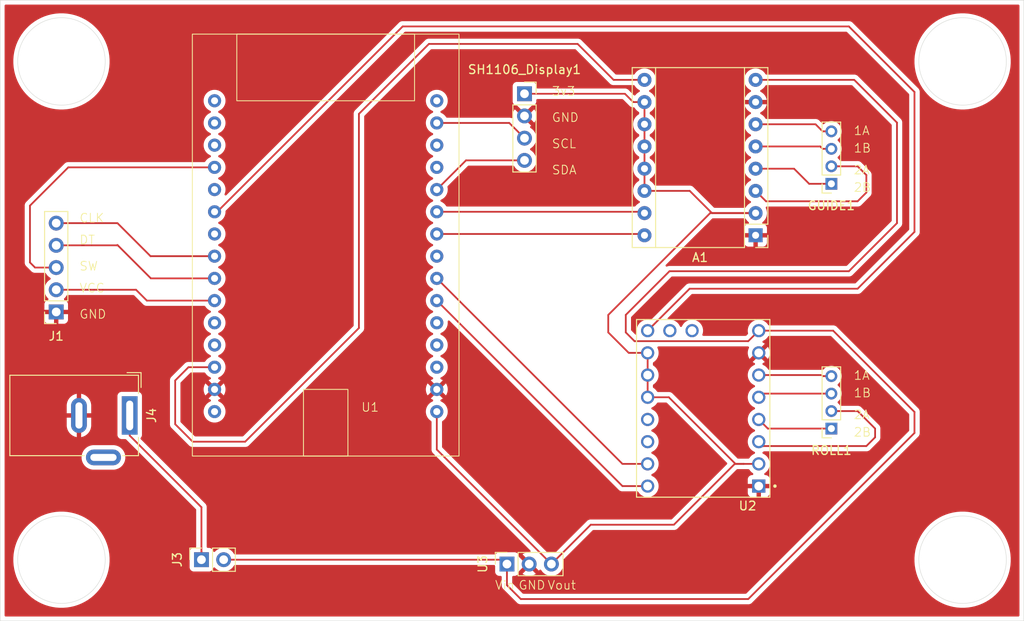
<source format=kicad_pcb>
(kicad_pcb (version 20241229) (generator "pcbnew") (generator_version "9.0")
  (layers (0 "F.Cu" signal) (2 "B.Cu" signal) (13 "F.Paste" user) (15 "B.Paste" user) (5 "F.SilkS" user "F.Silkscreen") (7 "B.SilkS" user "B.Silkscreen") (1 "F.Mask" user) (3 "B.Mask" user) (25 "Edge.Cuts" user))
  (net 0 "")
  (net 1 "Net-(A1-STEP)")
  (net 2 "Net-(A1-1A)")
  (net 3 "+3.3V")
  (net 4 "Net-(A1-2B)")
  (net 5 "Net-(A1-1B)")
  (net 6 "GND")
  (net 7 "Net-(A1-DIR)")
  (net 8 "Net-(A1-2A)")
  (net 9 "Net-(A1-~{ENABLE})")
  (net 10 "+12V")
  (net 11 "Net-(J1-Pin_2)")
  (net 12 "Net-(J1-Pin_5)")
  (net 13 "Net-(J1-Pin_4)")
  (net 14 "Net-(J1-Pin_3)")
  (net 15 "Net-(J3-Pin_1)")
  (net 16 "Net-(U2-M1A)")
  (net 17 "Net-(ROLL1--)")
  (net 18 "Net-(U2-M2A)")
  (net 19 "Net-(U2-M2B)")
  (net 20 "Net-(SH1106_Display1-SDA)")
  (net 21 "Net-(SH1106_Display1-SCK)")
  (net 26 "Net-(U1-GPIO16)")
  (net 31 "Net-(U1-GPIO17)")
  (net 34 "Net-(U1-GPIO32)")
  (footprint "Connector_PinSocket_2.54mm:PinSocket_1x04_P2.54mm_Vertical" (layer "F.Cu") (at 107.925 54.7)
    (property "Reference" "SH1106_Display1" (at 0 -2.77 0) (layer "F.SilkS"))
    (property "Value" "~")
    (fp_line (start -1.33 1.27) (end -1.33 8.95) (stroke (width 0.12)) (layer "F.SilkS"))
    (fp_line (start -1.33 1.27) (end 1.33 1.27) (stroke (width 0.12)) (layer "F.SilkS"))
    (fp_line (start -1.33 8.95) (end 1.33 8.95) (stroke (width 0.12)) (layer "F.SilkS"))
    (fp_line (start 0 -1.33) (end 1.33 -1.33) (stroke (width 0.12)) (layer "F.SilkS"))
    (fp_line (start 1.33 -1.33) (end 1.33 0) (stroke (width 0.12)) (layer "F.SilkS"))
    (fp_line (start 1.33 1.27) (end 1.33 8.95) (stroke (width 0.12)) (layer "F.SilkS"))
    (pad "1" thru_hole rect (at 0 0) (size 1.7 1.7) (drill 1) (layers "*.Cu" "*.Mask") (net 3 "+3.3V"))
    (pad "2" thru_hole circle (at 0 2.54) (size 1.7 1.7) (drill 1) (layers "*.Cu" "*.Mask") (net 6 "GND"))
    (pad "3" thru_hole circle (at 0 5.08) (size 1.7 1.7) (drill 1) (layers "*.Cu" "*.Mask") (net 21 "Net-(SH1106_Display1-SCK)"))
    (pad "4" thru_hole circle (at 0 7.62) (size 1.7 1.7) (drill 1) (layers "*.Cu" "*.Mask") (net 20 "Net-(SH1106_Display1-SDA)"))
  )
  (footprint "Connector_PinSocket_2.00mm:PinSocket_1x04_P2.00mm_Vertical" (layer "F.Cu") (at 143 93 180)
    (property "Reference" "ROLL1" (at 0 -2.5 0) (layer "F.SilkS"))
    (property "Value" "Stepper_Motor_bipolar")
    (fp_line (start 1.06 1) (end 1.06 7.06) (stroke (width 0.12)) (layer "F.SilkS"))
    (fp_line (start 1.06 -1.06) (end 1.06 0) (stroke (width 0.12)) (layer "F.SilkS"))
    (fp_line (start 0 -1.06) (end 1.06 -1.06) (stroke (width 0.12)) (layer "F.SilkS"))
    (fp_line (start -1.06 7.06) (end 1.06 7.06) (stroke (width 0.12)) (layer "F.SilkS"))
    (fp_line (start -1.06 1) (end 1.06 1) (stroke (width 0.12)) (layer "F.SilkS"))
    (fp_line (start -1.06 1) (end -1.06 7.06) (stroke (width 0.12)) (layer "F.SilkS"))
    (pad "1" thru_hole rect (at 0 0 180) (size 1.35 1.35) (drill 0.8) (layers "*.Cu" "*.Mask") (net 16 "Net-(U2-M1A)"))
    (pad "2" thru_hole circle (at 0 2 180) (size 1.35 1.35) (drill 0.8) (layers "*.Cu" "*.Mask") (net 17 "Net-(ROLL1--)"))
    (pad "3" thru_hole circle (at 0 4 180) (size 1.35 1.35) (drill 0.8) (layers "*.Cu" "*.Mask") (net 18 "Net-(U2-M2A)"))
    (pad "4" thru_hole circle (at 0 6 180) (size 1.35 1.35) (drill 0.8) (layers "*.Cu" "*.Mask") (net 19 "Net-(U2-M2B)"))
  )
  (footprint "Connector_PinSocket_2.54mm:PinSocket_1x02_P2.54mm_Vertical" (layer "F.Cu") (at 71 108 90)
    (property "Reference" "J3" (at 0 -2.77 90) (layer "F.SilkS"))
    (property "Value" "POWER KNOPF")
    (fp_line (start 1.33 -1.33) (end 1.33 0) (stroke (width 0.12)) (layer "F.SilkS"))
    (fp_line (start 0 -1.33) (end 1.33 -1.33) (stroke (width 0.12)) (layer "F.SilkS"))
    (fp_line (start 1.33 1.27) (end 1.33 3.87) (stroke (width 0.12)) (layer "F.SilkS"))
    (fp_line (start -1.33 1.27) (end 1.33 1.27) (stroke (width 0.12)) (layer "F.SilkS"))
    (fp_line (start -1.33 1.27) (end -1.33 3.87) (stroke (width 0.12)) (layer "F.SilkS"))
    (fp_line (start -1.33 3.87) (end 1.33 3.87) (stroke (width 0.12)) (layer "F.SilkS"))
    (pad "1" thru_hole rect (at 0 0 90) (size 1.7 1.7) (drill 1) (layers "*.Cu" "*.Mask") (net 15 "Net-(J3-Pin_1)"))
    (pad "2" thru_hole circle (at 0 2.54 90) (size 1.7 1.7) (drill 1) (layers "*.Cu" "*.Mask") (net 10 "+12V"))
  )
  (footprint "Connector_PinSocket_2.54mm:PinSocket_1x03_P2.54mm_Vertical" (layer "F.Cu") (at 105.92 108.5 90)
    (property "Reference" "U3" (at 0 -2.77 90) (layer "F.SilkS"))
    (property "Value" "~")
    (fp_line (start 1.33 -1.33) (end 1.33 0) (stroke (width 0.12)) (layer "F.SilkS"))
    (fp_line (start 0 -1.33) (end 1.33 -1.33) (stroke (width 0.12)) (layer "F.SilkS"))
    (fp_line (start 1.33 1.27) (end 1.33 6.41) (stroke (width 0.12)) (layer "F.SilkS"))
    (fp_line (start -1.33 1.27) (end 1.33 1.27) (stroke (width 0.12)) (layer "F.SilkS"))
    (fp_line (start -1.33 1.27) (end -1.33 6.41) (stroke (width 0.12)) (layer "F.SilkS"))
    (fp_line (start -1.33 6.41) (end 1.33 6.41) (stroke (width 0.12)) (layer "F.SilkS"))
    (pad "1" thru_hole rect (at 0 0 90) (size 1.7 1.7) (drill 1) (layers "*.Cu" "*.Mask") (net 10 "+12V"))
    (pad "2" thru_hole circle (at 0 2.54 90) (size 1.7 1.7) (drill 1) (layers "*.Cu" "*.Mask") (net 6 "GND"))
    (pad "3" thru_hole circle (at 0 5.08 90) (size 1.7 1.7) (drill 1) (layers "*.Cu" "*.Mask") (net 3 "+3.3V"))
  )
  (footprint "Connector_PinSocket_2.00mm:PinSocket_1x04_P2.00mm_Vertical" (layer "F.Cu") (at 143 65 180)
    (property "Reference" "GUIDE1" (at 0 -2.5 0) (layer "F.SilkS"))
    (property "Value" "Stepper_Motor_bipolar")
    (fp_line (start 1.06 1) (end 1.06 7.06) (stroke (width 0.12)) (layer "F.SilkS"))
    (fp_line (start 1.06 -1.06) (end 1.06 0) (stroke (width 0.12)) (layer "F.SilkS"))
    (fp_line (start 0 -1.06) (end 1.06 -1.06) (stroke (width 0.12)) (layer "F.SilkS"))
    (fp_line (start -1.06 7.06) (end 1.06 7.06) (stroke (width 0.12)) (layer "F.SilkS"))
    (fp_line (start -1.06 1) (end 1.06 1) (stroke (width 0.12)) (layer "F.SilkS"))
    (fp_line (start -1.06 1) (end -1.06 7.06) (stroke (width 0.12)) (layer "F.SilkS"))
    (pad "1" thru_hole rect (at 0 0 180) (size 1.35 1.35) (drill 0.8) (layers "*.Cu" "*.Mask") (net 2 "Net-(A1-1A)"))
    (pad "2" thru_hole circle (at 0 2 180) (size 1.35 1.35) (drill 0.8) (layers "*.Cu" "*.Mask") (net 5 "Net-(A1-1B)"))
    (pad "3" thru_hole circle (at 0 4 180) (size 1.35 1.35) (drill 0.8) (layers "*.Cu" "*.Mask") (net 8 "Net-(A1-2A)"))
    (pad "4" thru_hole circle (at 0 6 180) (size 1.35 1.35) (drill 0.8) (layers "*.Cu" "*.Mask") (net 4 "Net-(A1-2B)"))
  )
  (footprint "Module:Pololu_Breakout-16_15.2x20.3mm" (layer "F.Cu") (at 134.34 70.89 180)
    (property "Reference" "A1" (at 6.35 -2.54 0) (layer "F.SilkS"))
    (property "Value" "Pololu_Breakout_A4988")
    (fp_line (start 14.1 19.18) (end 14.1 -1.4) (stroke (width 0.12)) (layer "F.SilkS"))
    (fp_line (start 14.1 -1.4) (end 1.27 -1.4) (stroke (width 0.12)) (layer "F.SilkS"))
    (fp_line (start 11.43 -1.4) (end 11.43 19.18) (stroke (width 0.12)) (layer "F.SilkS"))
    (fp_line (start 1.27 1.27) (end 1.27 19.18) (stroke (width 0.12)) (layer "F.SilkS"))
    (fp_line (start 1.27 1.27) (end -1.4 1.27) (stroke (width 0.12)) (layer "F.SilkS"))
    (fp_line (start 1.27 -1.4) (end 1.27 1.27) (stroke (width 0.12)) (layer "F.SilkS"))
    (fp_line (start 0 -1.4) (end -1.4 -1.4) (stroke (width 0.12)) (layer "F.SilkS"))
    (fp_line (start -1.4 19.18) (end 14.1 19.18) (stroke (width 0.12)) (layer "F.SilkS"))
    (fp_line (start -1.4 1.27) (end -1.4 19.18) (stroke (width 0.12)) (layer "F.SilkS"))
    (fp_line (start -1.4 -1.4) (end -1.4 0) (stroke (width 0.12)) (layer "F.SilkS"))
    (pad "1" thru_hole rect (at 0 0 180) (size 1.6 1.6) (drill 0.8) (layers "*.Cu" "*.Mask") (net 6 "GND"))
    (pad "2" thru_hole oval (at 0 2.54 180) (size 1.6 1.6) (drill 0.8) (layers "*.Cu" "*.Mask") (net 3 "+3.3V"))
    (pad "3" thru_hole oval (at 0 5.08 180) (size 1.6 1.6) (drill 0.8) (layers "*.Cu" "*.Mask") (net 5 "Net-(A1-1B)"))
    (pad "4" thru_hole oval (at 0 7.62 180) (size 1.6 1.6) (drill 0.8) (layers "*.Cu" "*.Mask") (net 2 "Net-(A1-1A)"))
    (pad "5" thru_hole oval (at 0 10.16 180) (size 1.6 1.6) (drill 0.8) (layers "*.Cu" "*.Mask") (net 8 "Net-(A1-2A)"))
    (pad "6" thru_hole oval (at 0 12.7 180) (size 1.6 1.6) (drill 0.8) (layers "*.Cu" "*.Mask") (net 4 "Net-(A1-2B)"))
    (pad "7" thru_hole oval (at 0 15.24 180) (size 1.6 1.6) (drill 0.8) (layers "*.Cu" "*.Mask") (net 6 "GND"))
    (pad "8" thru_hole oval (at 0 17.78 180) (size 1.6 1.6) (drill 0.8) (layers "*.Cu" "*.Mask") (net 10 "+12V"))
    (pad "9" thru_hole oval (at 12.7 17.78 180) (size 1.6 1.6) (drill 0.8) (layers "*.Cu" "*.Mask") (net 9 "Net-(A1-~{ENABLE})"))
    (pad "10" thru_hole oval (at 12.7 15.24 180) (size 1.6 1.6) (drill 0.8) (layers "*.Cu" "*.Mask") (net 3 "+3.3V"))
    (pad "11" thru_hole oval (at 12.7 12.7 180) (size 1.6 1.6) (drill 0.8) (layers "*.Cu" "*.Mask") (net 3 "+3.3V"))
    (pad "12" thru_hole oval (at 12.7 10.16 180) (size 1.6 1.6) (drill 0.8) (layers "*.Cu" "*.Mask") (net 3 "+3.3V"))
    (pad "13" thru_hole oval (at 12.7 7.62 180) (size 1.6 1.6) (drill 0.8) (layers "*.Cu" "*.Mask") (net 3 "+3.3V"))
    (pad "14" thru_hole oval (at 12.7 5.08 180) (size 1.6 1.6) (drill 0.8) (layers "*.Cu" "*.Mask") (net 3 "+3.3V"))
    (pad "15" thru_hole oval (at 12.7 2.54 180) (size 1.6 1.6) (drill 0.8) (layers "*.Cu" "*.Mask") (net 1 "Net-(A1-STEP)"))
    (pad "16" thru_hole oval (at 12.7 0 180) (size 1.6 1.6) (drill 0.8) (layers "*.Cu" "*.Mask") (net 7 "Net-(A1-DIR)"))
  )
  (footprint "TMC2209_SILENTSTEPSTICK:MODULE_TMC2209_SILENTSTEPSTICK" (layer "F.Cu") (at 128.35 90.69 180)
    (property "Reference" "U2" (at -5.075 -11.155 0) (layer "F.SilkS"))
    (property "Value" "TMC2209_SILENTSTEPSTICK")
    (fp_line (start 7.62 10.16) (end -7.62 10.16) (stroke (width 0.127)) (layer "F.SilkS"))
    (fp_line (start 7.62 -10.16) (end 7.62 10.16) (stroke (width 0.127)) (layer "F.SilkS"))
    (fp_line (start -7.62 10.16) (end -7.62 -10.16) (stroke (width 0.127)) (layer "F.SilkS"))
    (fp_line (start -7.62 -10.16) (end 7.62 -10.16) (stroke (width 0.127)) (layer "F.SilkS"))
    (fp_circle (center -8.2 -8.89) (end -8.1 -8.89) (stroke (width 0.2)) (fill no) (layer "F.SilkS"))
    (pad "1" thru_hole rect (at -6.35 -8.89 180) (size 1.508 1.508) (drill 1) (layers "*.Cu" "*.Mask") (net 6 "GND"))
    (pad "2" thru_hole circle (at -6.35 -6.35 180) (size 1.508 1.508) (drill 1) (layers "*.Cu" "*.Mask") (net 3 "+3.3V"))
    (pad "3" thru_hole circle (at -6.35 -3.81 180) (size 1.508 1.508) (drill 1) (layers "*.Cu" "*.Mask") (net 17 "Net-(ROLL1--)"))
    (pad "4" thru_hole circle (at -6.35 -1.27 180) (size 1.508 1.508) (drill 1) (layers "*.Cu" "*.Mask") (net 16 "Net-(U2-M1A)"))
    (pad "5" thru_hole circle (at -6.35 1.27 180) (size 1.508 1.508) (drill 1) (layers "*.Cu" "*.Mask") (net 18 "Net-(U2-M2A)"))
    (pad "6" thru_hole circle (at -6.35 3.81 180) (size 1.508 1.508) (drill 1) (layers "*.Cu" "*.Mask") (net 19 "Net-(U2-M2B)"))
    (pad "7" thru_hole circle (at -6.35 6.35 180) (size 1.508 1.508) (drill 1) (layers "*.Cu" "*.Mask") (net 6 "GND"))
    (pad "8" thru_hole circle (at -6.35 8.89 180) (size 1.508 1.508) (drill 1) (layers "*.Cu" "*.Mask") (net 10 "+12V"))
    (pad "9" thru_hole circle (at 6.35 -8.89 180) (size 1.508 1.508) (drill 1) (layers "*.Cu" "*.Mask") (net 26 "Net-(U1-GPIO16)"))
    (pad "10" thru_hole circle (at 6.35 -6.35 180) (size 1.508 1.508) (drill 1) (layers "*.Cu" "*.Mask") (net 31 "Net-(U1-GPIO17)"))
    (pad "11" thru_hole circle (at 6.35 -3.81 180) (size 1.508 1.508) (drill 1) (layers "*.Cu" "*.Mask"))
    (pad "12" thru_hole circle (at 6.35 -1.27 180) (size 1.508 1.508) (drill 1) (layers "*.Cu" "*.Mask"))
    (pad "13" thru_hole circle (at 6.35 1.27 180) (size 1.508 1.508) (drill 1) (layers "*.Cu" "*.Mask") (net 3 "+3.3V"))
    (pad "14" thru_hole circle (at 6.35 3.81 180) (size 1.508 1.508) (drill 1) (layers "*.Cu" "*.Mask") (net 3 "+3.3V"))
    (pad "15" thru_hole circle (at 6.35 6.35 180) (size 1.508 1.508) (drill 1) (layers "*.Cu" "*.Mask") (net 3 "+3.3V"))
    (pad "16" thru_hole circle (at 6.35 8.89 180) (size 1.508 1.508) (drill 1) (layers "*.Cu" "*.Mask") (net 34 "Net-(U1-GPIO32)"))
    (pad "17" thru_hole circle (at 1.27 8.89 180) (size 1.508 1.508) (drill 1) (layers "*.Cu" "*.Mask"))
    (pad "18" thru_hole circle (at 3.81 8.89 180) (size 1.508 1.508) (drill 1) (layers "*.Cu" "*.Mask"))
  )
  (footprint "Connector_PinSocket_2.54mm:PinSocket_1x05_P2.54mm_Vertical" (layer "F.Cu") (at 54.4 79.66 180)
    (property "Reference" "J1" (at 0 -2.77 0) (layer "F.SilkS"))
    (property "Value" "RotaryEncoder")
    (fp_line (start 1.33 1.27) (end 1.33 11.49) (stroke (width 0.12)) (layer "F.SilkS"))
    (fp_line (start 1.33 -1.33) (end 1.33 0) (stroke (width 0.12)) (layer "F.SilkS"))
    (fp_line (start 0 -1.33) (end 1.33 -1.33) (stroke (width 0.12)) (layer "F.SilkS"))
    (fp_line (start -1.33 11.49) (end 1.33 11.49) (stroke (width 0.12)) (layer "F.SilkS"))
    (fp_line (start -1.33 1.27) (end 1.33 1.27) (stroke (width 0.12)) (layer "F.SilkS"))
    (fp_line (start -1.33 1.27) (end -1.33 11.49) (stroke (width 0.12)) (layer "F.SilkS"))
    (pad "1" thru_hole rect (at 0 0 180) (size 1.7 1.7) (drill 1) (layers "*.Cu" "*.Mask") (net 6 "GND"))
    (pad "2" thru_hole circle (at 0 2.54 180) (size 1.7 1.7) (drill 1) (layers "*.Cu" "*.Mask") (net 11 "Net-(J1-Pin_2)"))
    (pad "3" thru_hole circle (at 0 5.08 180) (size 1.7 1.7) (drill 1) (layers "*.Cu" "*.Mask") (net 14 "Net-(J1-Pin_3)"))
    (pad "4" thru_hole circle (at 0 7.62 180) (size 1.7 1.7) (drill 1) (layers "*.Cu" "*.Mask") (net 13 "Net-(J1-Pin_4)"))
    (pad "5" thru_hole circle (at 0 10.16 180) (size 1.7 1.7) (drill 1) (layers "*.Cu" "*.Mask") (net 12 "Net-(J1-Pin_5)"))
  )
  (footprint "Espressif:joris_esp32" (layer "F.Cu") (at 90.28 91.06)
    (property "Reference" "U1" (at 0 -0.5 0) (layer "F.SilkS") (effects (font (thickness 0.1))))
    (property "Value" "~")
    (fp_rect (start -20.32 -43.18) (end 10.16 5.08) (stroke (width 0.1)) (fill no) (layer "F.SilkS"))
    (fp_rect (start -15.24 -43.18) (end 5.08 -35.56) (stroke (width 0.1)) (fill no) (layer "F.SilkS"))
    (fp_rect (start -7.62 -2.54) (end -2.54 5.08) (stroke (width 0.1)) (fill no) (layer "F.SilkS"))
    (pad "1" thru_hole circle (at -17.78 0) (size 1.5 1.5) (drill 0.8) (layers "*.Cu" "*.Mask"))
    (pad "2" thru_hole circle (at -17.78 -2.54) (size 1.5 1.5) (drill 0.8) (layers "*.Cu" "*.Mask") (net 6 "GND"))
    (pad "3" thru_hole circle (at -17.78 -5.08) (size 1.5 1.5) (drill 0.8) (layers "*.Cu" "*.Mask") (net 9 "Net-(A1-~{ENABLE})"))
    (pad "4" thru_hole circle (at -17.78 -7.62) (size 1.5 1.5) (drill 0.8) (layers "*.Cu" "*.Mask"))
    (pad "5" thru_hole circle (at -17.78 -10.16) (size 1.5 1.5) (drill 0.8) (layers "*.Cu" "*.Mask"))
    (pad "6" thru_hole circle (at -17.78 -12.7) (size 1.5 1.5) (drill 0.8) (layers "*.Cu" "*.Mask") (net 11 "Net-(J1-Pin_2)"))
    (pad "7" thru_hole circle (at -17.78 -15.24) (size 1.5 1.5) (drill 0.8) (layers "*.Cu" "*.Mask") (net 13 "Net-(J1-Pin_4)"))
    (pad "8" thru_hole circle (at -17.78 -17.78) (size 1.5 1.5) (drill 0.8) (layers "*.Cu" "*.Mask") (net 12 "Net-(J1-Pin_5)"))
    (pad "9" thru_hole circle (at -17.78 -20.32) (size 1.5 1.5) (drill 0.8) (layers "*.Cu" "*.Mask"))
    (pad "10" thru_hole circle (at -17.78 -22.86) (size 1.5 1.5) (drill 0.8) (layers "*.Cu" "*.Mask") (net 34 "Net-(U1-GPIO32)"))
    (pad "11" thru_hole circle (at -17.78 -25.4) (size 1.5 1.5) (drill 0.8) (layers "*.Cu" "*.Mask"))
    (pad "12" thru_hole circle (at -17.78 -27.94) (size 1.5 1.5) (drill 0.8) (layers "*.Cu" "*.Mask") (net 14 "Net-(J1-Pin_3)"))
    (pad "13" thru_hole circle (at -17.78 -30.48) (size 1.5 1.5) (drill 0.8) (layers "*.Cu" "*.Mask"))
    (pad "14" thru_hole circle (at -17.78 -33.02) (size 1.5 1.5) (drill 0.8) (layers "*.Cu" "*.Mask"))
    (pad "15" thru_hole circle (at -17.78 -35.56) (size 1.5 1.5) (drill 0.8) (layers "*.Cu" "*.Mask"))
    (pad "16" thru_hole circle (at 7.62 0) (size 1.5 1.5) (drill 0.8) (layers "*.Cu" "*.Mask") (net 3 "+3.3V"))
    (pad "17" thru_hole circle (at 7.62 -2.54) (size 1.5 1.5) (drill 0.8) (layers "*.Cu" "*.Mask") (net 6 "GND"))
    (pad "18" thru_hole circle (at 7.62 -5.08) (size 1.5 1.5) (drill 0.8) (layers "*.Cu" "*.Mask"))
    (pad "19" thru_hole circle (at 7.62 -7.62) (size 1.5 1.5) (drill 0.8) (layers "*.Cu" "*.Mask"))
    (pad "20" thru_hole circle (at 7.62 -10.16) (size 1.5 1.5) (drill 0.8) (layers "*.Cu" "*.Mask"))
    (pad "21" thru_hole circle (at 7.62 -12.7) (size 1.5 1.5) (drill 0.8) (layers "*.Cu" "*.Mask") (net 26 "Net-(U1-GPIO16)"))
    (pad "22" thru_hole circle (at 7.62 -15.24) (size 1.5 1.5) (drill 0.8) (layers "*.Cu" "*.Mask") (net 31 "Net-(U1-GPIO17)"))
    (pad "23" thru_hole circle (at 7.62 -17.78) (size 1.5 1.5) (drill 0.8) (layers "*.Cu" "*.Mask"))
    (pad "24" thru_hole circle (at 7.62 -20.32) (size 1.5 1.5) (drill 0.8) (layers "*.Cu" "*.Mask") (net 7 "Net-(A1-DIR)"))
    (pad "25" thru_hole circle (at 7.62 -22.86) (size 1.5 1.5) (drill 0.8) (layers "*.Cu" "*.Mask") (net 1 "Net-(A1-STEP)"))
    (pad "26" thru_hole circle (at 7.62 -25.4) (size 1.5 1.5) (drill 0.8) (layers "*.Cu" "*.Mask") (net 20 "Net-(SH1106_Display1-SDA)"))
    (pad "27" thru_hole circle (at 7.62 -27.94) (size 1.5 1.5) (drill 0.8) (layers "*.Cu" "*.Mask"))
    (pad "28" thru_hole circle (at 7.62 -30.48) (size 1.5 1.5) (drill 0.8) (layers "*.Cu" "*.Mask"))
    (pad "29" thru_hole circle (at 7.62 -33.02) (size 1.5 1.5) (drill 0.8) (layers "*.Cu" "*.Mask") (net 21 "Net-(SH1106_Display1-SCK)"))
    (pad "30" thru_hole circle (at 7.62 -35.56) (size 1.5 1.5) (drill 0.8) (layers "*.Cu" "*.Mask"))
  )
  (footprint "Connector_BarrelJack:BarrelJack_Wuerth_6941xx301002" (layer "F.Cu") (at 62.8 91.5 -90)
    (property "Reference" "J4" (at 0 -2.5 90) (layer "F.SilkS"))
    (property "Value" "Barrel_Jack_MountingPin")
    (fp_line (start -4.6 13.7) (end -4.6 -1) (stroke (width 0.12)) (layer "F.SilkS"))
    (fp_line (start 4.6 13.7) (end -4.6 13.7) (stroke (width 0.12)) (layer "F.SilkS"))
    (fp_line (start 4.6 5.2) (end 4.6 13.7) (stroke (width 0.12)) (layer "F.SilkS"))
    (fp_line (start -4.6 -1) (end -2.5 -1) (stroke (width 0.12)) (layer "F.SilkS"))
    (fp_line (start 2.5 -1) (end 4.6 -1) (stroke (width 0.12)) (layer "F.SilkS"))
    (fp_line (start 4.6 -1) (end 4.6 0.8) (stroke (width 0.12)) (layer "F.SilkS"))
    (fp_line (start -4.9 -1.3) (end -4.9 0.3) (stroke (width 0.12)) (layer "F.SilkS"))
    (fp_line (start -3.2 -1.3) (end -4.9 -1.3) (stroke (width 0.12)) (layer "F.SilkS"))
    (pad "1" thru_hole rect (at 0 0 270) (size 4.4 1.8) (drill oval 3.4 0.8) (layers "*.Cu" "*.Mask") (net 15 "Net-(J3-Pin_1)"))
    (pad "2" thru_hole oval (at 0 5.8 270) (size 4 1.8) (drill oval 3 0.8) (layers "*.Cu" "*.Mask") (net 6 "GND"))
    (pad "3" thru_hole oval (at 4.8 3) (size 4 1.8) (drill oval 3 0.8) (layers "*.Cu" "*.Mask"))
  )
  (gr_rect (start 48 44) (end 165 115) (stroke (width 0.05)) (fill no) (layer "Edge.Cuts"))
  (gr_circle (center 158 108) (end 163 108) (stroke (width 0.05)) (fill no) (layer "Edge.Cuts"))
  (gr_circle (center 158 51) (end 163 51) (stroke (width 0.05)) (fill no) (layer "Edge.Cuts"))
  (gr_circle (center 55 51) (end 60 51) (stroke (width 0.05)) (fill no) (layer "Edge.Cuts"))
  (gr_circle (center 55 108) (end 60 108) (stroke (width 0.05)) (fill no) (layer "Edge.Cuts"))
  (gr_text "VCC\n" (at 57 77.5 0) (layer "F.SilkS") (effects (font (size 1 1) (thickness 0.1)) (justify left bottom)))
  (gr_text "SDA\n" (at 111 64 0) (layer "F.SilkS") (effects (font (size 1 1) (thickness 0.1)) (justify left bottom)))
  (gr_text "2B" (at 145.5 66 0) (layer "F.SilkS") (effects (font (size 1 1) (thickness 0.1)) (justify left bottom)))
  (gr_text "1A\n" (at 145.5 87.5 0) (layer "F.SilkS") (effects (font (size 1 1) (thickness 0.1)) (justify left bottom)))
  (gr_text "1B" (at 145.5 61.5 0) (layer "F.SilkS") (effects (font (size 1 1) (thickness 0.1)) (justify left bottom)))
  (gr_text "GND\n" (at 107.19 111.5 0) (layer "F.SilkS") (effects (font (size 1 1) (thickness 0.1)) (justify left bottom)))
  (gr_text "1A\n" (at 145.5 59.5 0) (layer "F.SilkS") (effects (font (size 1 1) (thickness 0.1)) (justify left bottom)))
  (gr_text "2A" (at 145.5 92 0) (layer "F.SilkS") (effects (font (size 1 1) (thickness 0.1)) (justify left bottom)))
  (gr_text "CLK" (at 57 69.5 0) (layer "F.SilkS") (effects (font (size 1 1) (thickness 0.1)) (justify left bottom)))
  (gr_text "3v3\n" (at 111 55 0) (layer "F.SilkS") (effects (font (size 1 1) (thickness 0.1)) (justify left bottom)))
  (gr_text "Vin" (at 104.5 111.5 0) (layer "F.SilkS") (effects (font (size 1 1) (thickness 0.1)) (justify left bottom)))
  (gr_text "SCL" (at 111 61 0) (layer "F.SilkS") (effects (font (size 1 1) (thickness 0.1)) (justify left bottom)))
  (gr_text "GND" (at 111 58 0) (layer "F.SilkS") (effects (font (size 1 1) (thickness 0.1)) (justify left bottom)))
  (gr_text "GND\n" (at 57 80.5 0) (layer "F.SilkS") (effects (font (size 1 1) (thickness 0.1)) (justify left bottom)))
  (gr_text "Vout" (at 110.5 111.5 0) (layer "F.SilkS") (effects (font (size 1 1) (thickness 0.1)) (justify left bottom)))
  (gr_text "2B" (at 145.5 94 0) (layer "F.SilkS") (effects (font (size 1 1) (thickness 0.1)) (justify left bottom)))
  (gr_text "2A" (at 145.5 64 0) (layer "F.SilkS") (effects (font (size 1 1) (thickness 0.1)) (justify left bottom)))
  (gr_text "SW\n" (at 57 75 0) (layer "F.SilkS") (effects (font (size 1 1) (thickness 0.1)) (justify left bottom)))
  (gr_text "1B" (at 145.5 89.5 0) (layer "F.SilkS") (effects (font (size 1 1) (thickness 0.1)) (justify left bottom)))
  (gr_text "DT" (at 57 72 0) (layer "F.SilkS") (effects (font (size 1 1) (thickness 0.1)) (justify left bottom)))
  (segment (start 97.9 68.2) (end 121.49 68.2) (width 0.2) (layer "F.Cu") (net 1))
  (segment (start 121.49 68.2) (end 121.64 68.35) (width 0.2) (layer "F.Cu") (net 1))
  (segment (start 143 65) (end 140.46 65) (width 0.2) (layer "F.Cu") (net 2))
  (segment (start 138.73 63.27) (end 134.34 63.27) (width 0.2) (layer "F.Cu") (net 2))
  (segment (start 140.46 65) (end 138.73 63.27) (width 0.2) (layer "F.Cu") (net 2))
  (segment (start 134.7 97.04) (end 133 97.04) (width 0.2) (layer "F.Cu") (net 3))
  (segment (start 126.81 65.81) (end 129.35 68.35) (width 0.2) (layer "F.Cu") (net 3))
  (segment (start 121.64 60.73) (end 121.64 58.19) (width 0.2) (layer "F.Cu") (net 3))
  (segment (start 129.15 68.35) (end 117.5 80) (width 0.2) (layer "F.Cu") (net 3))
  (segment (start 125 104) (end 131.96 97.04) (width 0.2) (layer "F.Cu") (net 3))
  (segment (start 120.35 55.65) (end 119.4 54.7) (width 0.2) (layer "F.Cu") (net 3))
  (segment (start 131.96 97.04) (end 133 97.04) (width 0.2) (layer "F.Cu") (net 3))
  (segment (start 121.64 55.65) (end 120.35 55.65) (width 0.2) (layer "F.Cu") (net 3))
  (segment (start 129.35 68.35) (end 134.34 68.35) (width 0.2) (layer "F.Cu") (net 3))
  (segment (start 117.5 80) (end 117.5 82) (width 0.2) (layer "F.Cu") (net 3))
  (segment (start 119.84 84.34) (end 122 84.34) (width 0.2) (layer "F.Cu") (net 3))
  (segment (start 111 108.5) (end 115.5 104) (width 0.2) (layer "F.Cu") (net 3))
  (segment (start 117.5 82) (end 119.84 84.34) (width 0.2) (layer "F.Cu") (net 3))
  (segment (start 134.34 68.35) (end 129.15 68.35) (width 0.2) (layer "F.Cu") (net 3))
  (segment (start 111 108.5) (end 97.9 95.4) (width 0.2) (layer "F.Cu") (net 3))
  (segment (start 115.5 104) (end 125 104) (width 0.2) (layer "F.Cu") (net 3))
  (segment (start 132.04 97.04) (end 124.42 89.42) (width 0.2) (layer "F.Cu") (net 3))
  (segment (start 119.4 54.7) (end 107.925 54.7) (width 0.2) (layer "F.Cu") (net 3))
  (segment (start 133 97.04) (end 132.04 97.04) (width 0.2) (layer "F.Cu") (net 3))
  (segment (start 121.64 65.81) (end 121.64 63.27) (width 0.2) (layer "F.Cu") (net 3))
  (segment (start 122 89.42) (end 122 84.34) (width 0.2) (layer "F.Cu") (net 3))
  (segment (start 126.81 65.81) (end 121.64 65.81) (width 0.2) (layer "F.Cu") (net 3))
  (segment (start 124.42 89.42) (end 122 89.42) (width 0.2) (layer "F.Cu") (net 3))
  (segment (start 97.9 95.4) (end 97.9 91.06) (width 0.2) (layer "F.Cu") (net 3))
  (segment (start 121.64 58.19) (end 121.64 55.65) (width 0.2) (layer "F.Cu") (net 3))
  (segment (start 121.64 63.27) (end 121.64 60.73) (width 0.2) (layer "F.Cu") (net 3))
  (segment (start 141.19 58.19) (end 134.34 58.19) (width 0.2) (layer "F.Cu") (net 4))
  (segment (start 142 59) (end 141.19 58.19) (width 0.2) (layer "F.Cu") (net 4))
  (segment (start 143 59) (end 142 59) (width 0.2) (layer "F.Cu") (net 4))
  (segment (start 135.53 67) (end 146 67) (width 0.2) (layer "F.Cu") (net 5))
  (segment (start 146 67) (end 147 66) (width 0.2) (layer "F.Cu") (net 5))
  (segment (start 147 64) (end 146 63) (width 0.2) (layer "F.Cu") (net 5))
  (segment (start 134.34 65.81) (end 135.53 67) (width 0.2) (layer "F.Cu") (net 5))
  (segment (start 147 66) (end 147 64) (width 0.2) (layer "F.Cu") (net 5))
  (segment (start 146 63) (end 143 63) (width 0.2) (layer "F.Cu") (net 5))
  (segment (start 121.49 70.74) (end 121.64 70.89) (width 0.2) (layer "F.Cu") (net 7))
  (segment (start 97.9 70.74) (end 121.49 70.74) (width 0.2) (layer "F.Cu") (net 7))
  (segment (start 142 61) (end 141.73 60.73) (width 0.2) (layer "F.Cu") (net 8))
  (segment (start 143 61) (end 142 61) (width 0.2) (layer "F.Cu") (net 8))
  (segment (start 141.73 60.73) (end 134.34 60.73) (width 0.2) (layer "F.Cu") (net 8))
  (segment (start 69.52 85.98) (end 72.5 85.98) (width 0.2) (layer "F.Cu") (net 9))
  (segment (start 70 94.5) (end 68 92.5) (width 0.2) (layer "F.Cu") (net 9))
  (segment (start 114 49) (end 97 49) (width 0.2) (layer "F.Cu") (net 9))
  (segment (start 68 87.5) (end 69.52 85.98) (width 0.2) (layer "F.Cu") (net 9))
  (segment (start 97 49) (end 89 57) (width 0.2) (layer "F.Cu") (net 9))
  (segment (start 118.11 53.11) (end 114 49) (width 0.2) (layer "F.Cu") (net 9))
  (segment (start 76 94.5) (end 70 94.5) (width 0.2) (layer "F.Cu") (net 9))
  (segment (start 89 57) (end 89 81.5) (width 0.2) (layer "F.Cu") (net 9))
  (segment (start 68 92.5) (end 68 87.5) (width 0.2) (layer "F.Cu") (net 9))
  (segment (start 121.64 53.11) (end 118.11 53.11) (width 0.2) (layer "F.Cu") (net 9))
  (segment (start 89 81.5) (end 76 94.5) (width 0.2) (layer "F.Cu") (net 9))
  (segment (start 124.5 75) (end 145 75) (width 0.2) (layer "F.Cu") (net 10))
  (segment (start 105.92 108.5) (end 105.92 110.92) (width 0.2) (layer "F.Cu") (net 10))
  (segment (start 120.5 83) (end 119.5 82) (width 0.2) (layer "F.Cu") (net 10))
  (segment (start 105.42 108) (end 105.92 108.5) (width 0.2) (layer "F.Cu") (net 10))
  (segment (start 145.61 53.11) (end 134.34 53.11) (width 0.2) (layer "F.Cu") (net 10))
  (segment (start 73.54 108) (end 105.42 108) (width 0.2) (layer "F.Cu") (net 10))
  (segment (start 119.5 80) (end 124.5 75) (width 0.2) (layer "F.Cu") (net 10))
  (segment (start 152.5 93.5) (end 152.5 91.1) (width 0.2) (layer "F.Cu") (net 10))
  (segment (start 152.5 91.1) (end 143.2 81.8) (width 0.2) (layer "F.Cu") (net 10))
  (segment (start 107.5 112.5) (end 133.5 112.5) (width 0.2) (layer "F.Cu") (net 10))
  (segment (start 133.5 112.5) (end 152.5 93.5) (width 0.2) (layer "F.Cu") (net 10))
  (segment (start 133.5 83) (end 120.5 83) (width 0.2) (layer "F.Cu") (net 10))
  (segment (start 150.5 58) (end 145.61 53.11) (width 0.2) (layer "F.Cu") (net 10))
  (segment (start 119.5 82) (end 119.5 80) (width 0.2) (layer "F.Cu") (net 10))
  (segment (start 145 75) (end 150.5 69.5) (width 0.2) (layer "F.Cu") (net 10))
  (segment (start 143.2 81.8) (end 134.7 81.8) (width 0.2) (layer "F.Cu") (net 10))
  (segment (start 105.92 110.92) (end 107.5 112.5) (width 0.2) (layer "F.Cu") (net 10))
  (segment (start 150.5 69.5) (end 150.5 58) (width 0.2) (layer "F.Cu") (net 10))
  (segment (start 134.7 81.8) (end 133.5 83) (width 0.2) (layer "F.Cu") (net 10))
  (segment (start 54.4 77.12) (end 63.52 77.12) (width 0.2) (layer "F.Cu") (net 11))
  (segment (start 64.76 78.36) (end 72.5 78.36) (width 0.2) (layer "F.Cu") (net 11))
  (segment (start 63.52 77.12) (end 64.76 78.36) (width 0.2) (layer "F.Cu") (net 11))
  (segment (start 54.4 69.5) (end 61.4 69.5) (width 0.2) (layer "F.Cu") (net 12))
  (segment (start 65.18 73.28) (end 72.5 73.28) (width 0.2) (layer "F.Cu") (net 12))
  (segment (start 61.4 69.5) (end 65.18 73.28) (width 0.2) (layer "F.Cu") (net 12))
  (segment (start 65.22 75.82) (end 72.5 75.82) (width 0.2) (layer "F.Cu") (net 13))
  (segment (start 61.4 72) (end 65.22 75.82) (width 0.2) (layer "F.Cu") (net 13))
  (segment (start 61.36 72.04) (end 61.4 72) (width 0.2) (layer "F.Cu") (net 13))
  (segment (start 54.4 72.04) (end 61.36 72.04) (width 0.2) (layer "F.Cu") (net 13))
  (segment (start 55.78 63.12) (end 72.5 63.12) (width 0.2) (layer "F.Cu") (net 14))
  (segment (start 54.4 74.58) (end 51.98 74.58) (width 0.2) (layer "F.Cu") (net 14))
  (segment (start 51.98 74.58) (end 51.4 74) (width 0.2) (layer "F.Cu") (net 14))
  (segment (start 51.4 67.5) (end 55.78 63.12) (width 0.2) (layer "F.Cu") (net 14))
  (segment (start 51.4 74) (end 51.4 67.5) (width 0.2) (layer "F.Cu") (net 14))
  (segment (start 71 102) (end 71 108) (width 0.2) (layer "F.Cu") (net 15))
  (segment (start 62.8 91.5) (end 62.8 93.8) (width 0.2) (layer "F.Cu") (net 15))
  (segment (start 71 108) (end 71 107) (width 0.2) (layer "F.Cu") (net 15))
  (segment (start 62.8 93.8) (end 71 102) (width 0.2) (layer "F.Cu") (net 15))
  (segment (start 143 93) (end 135.74 93) (width 0.2) (layer "F.Cu") (net 16))
  (segment (start 135.74 93) (end 134.7 91.96) (width 0.2) (layer "F.Cu") (net 16))
  (segment (start 146 91) (end 148 93) (width 0.2) (layer "F.Cu") (net 17))
  (segment (start 148 94) (end 147 95) (width 0.2) (layer "F.Cu") (net 17))
  (segment (start 135.2 95) (end 134.7 94.5) (width 0.2) (layer "F.Cu") (net 17))
  (segment (start 143 91) (end 146 91) (width 0.2) (layer "F.Cu") (net 17))
  (segment (start 148 93) (end 148 94) (width 0.2) (layer "F.Cu") (net 17))
  (segment (start 147 95) (end 135.2 95) (width 0.2) (layer "F.Cu") (net 17))
  (segment (start 143 89) (end 135.12 89) (width 0.2) (layer "F.Cu") (net 18))
  (segment (start 135.12 89) (end 134.7 89.42) (width 0.2) (layer "F.Cu") (net 18))
  (segment (start 141.88 86.88) (end 134.7 86.88) (width 0.2) (layer "F.Cu") (net 19))
  (segment (start 142 87) (end 141.88 86.88) (width 0.2) (layer "F.Cu") (net 19))
  (segment (start 143 87) (end 142 87) (width 0.2) (layer "F.Cu") (net 19))
  (segment (start 107.925 62.32) (end 107.745 62.5) (width 0.2) (layer "F.Cu") (net 20))
  (segment (start 97.9 65.66) (end 101.24 62.32) (width 0.2) (layer "F.Cu") (net 20))
  (segment (start 101.24 62.32) (end 107.925 62.32) (width 0.2) (layer "F.Cu") (net 20))
  (segment (start 106.185 58.04) (end 107.925 59.78) (width 0.2) (layer "F.Cu") (net 21))
  (segment (start 97.9 58.04) (end 106.185 58.04) (width 0.2) (layer "F.Cu") (net 21))
  (segment (start 122 99.58) (end 119.12 99.58) (width 0.2) (layer "F.Cu") (net 26))
  (segment (start 119.12 99.58) (end 97.9 78.36) (width 0.2) (layer "F.Cu") (net 26))
  (segment (start 119.12 97.04) (end 97.9 75.82) (width 0.2) (layer "F.Cu") (net 31))
  (segment (start 122 97.04) (end 119.12 97.04) (width 0.2) (layer "F.Cu") (net 31))
  (segment (start 72.5 68.2) (end 72.8 68.2) (width 0.2) (layer "F.Cu") (net 34))
  (segment (start 152.5 54.5) (end 152.5 70.5) (width 0.2) (layer "F.Cu") (net 34))
  (segment (start 94 47) (end 145 47) (width 0.2) (layer "F.Cu") (net 34))
  (segment (start 152.5 70.5) (end 146 77) (width 0.2) (layer "F.Cu") (net 34))
  (segment (start 146 77) (end 126.8 77) (width 0.2) (layer "F.Cu") (net 34))
  (segment (start 72.8 68.2) (end 94 47) (width 0.2) (layer "F.Cu") (net 34))
  (segment (start 145 47) (end 152.5 54.5) (width 0.2) (layer "F.Cu") (net 34))
  (segment (start 126.8 77) (end 122 81.8) (width 0.2) (layer "F.Cu") (net 34))
  (zone (net 6) (net_name "GND") (layer "F.Cu") (connect_pads (clearance 0.5)) (min_thickness 0.25) (fill yes (thermal_gap 0.5) (thermal_bridge_width 0.5))
    (polygon (pts (xy 165 115) (xy 48 115) (xy 48 44) (xy 165 44)))
  )
)
</source>
